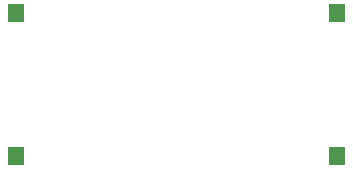
<source format=gbp>
G04 Layer: BottomPasteMaskLayer*
G04 EasyEDA v6.5.9, 2022-08-06 01:21:21*
G04 14fef34793594d2db1d7ff351c51599c,c09117847ad249c1abd8b20aa127d3a4,10*
G04 Gerber Generator version 0.2*
G04 Scale: 100 percent, Rotated: No, Reflected: No *
G04 Dimensions in millimeters *
G04 leading zeros omitted , absolute positions ,4 integer and 5 decimal *
%FSLAX45Y45*%
%MOMM*%

%ADD10C,0.0001*%

%LPD*%
G36*
X6072124Y6691756D02*
G01*
X5942075Y6691756D01*
X5942075Y6541643D01*
X6072124Y6541643D01*
G37*
G36*
X6072124Y5478957D02*
G01*
X5942075Y5478957D01*
X5942075Y5328843D01*
X6072124Y5328843D01*
G37*
G36*
X8788501Y6692264D02*
G01*
X8658453Y6692264D01*
X8658453Y6542151D01*
X8788501Y6542151D01*
G37*
G36*
X8788501Y5478957D02*
G01*
X8658453Y5478957D01*
X8658453Y5328843D01*
X8788501Y5328843D01*
G37*
M02*

</source>
